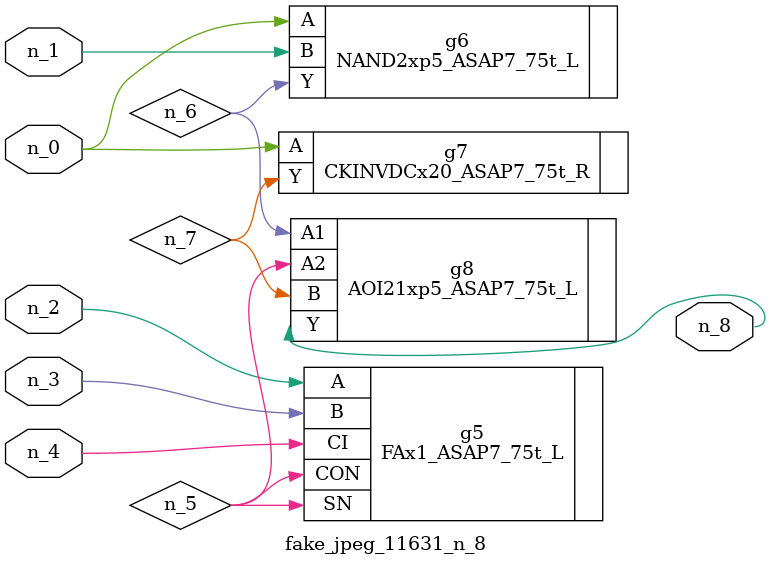
<source format=v>
module fake_jpeg_11631_n_8 (n_3, n_2, n_1, n_0, n_4, n_8);

input n_3;
input n_2;
input n_1;
input n_0;
input n_4;

output n_8;

wire n_6;
wire n_5;
wire n_7;

FAx1_ASAP7_75t_L g5 ( 
.A(n_2),
.B(n_3),
.CI(n_4),
.CON(n_5),
.SN(n_5)
);

NAND2xp5_ASAP7_75t_L g6 ( 
.A(n_0),
.B(n_1),
.Y(n_6)
);

CKINVDCx20_ASAP7_75t_R g7 ( 
.A(n_0),
.Y(n_7)
);

AOI21xp5_ASAP7_75t_L g8 ( 
.A1(n_6),
.A2(n_5),
.B(n_7),
.Y(n_8)
);


endmodule
</source>
